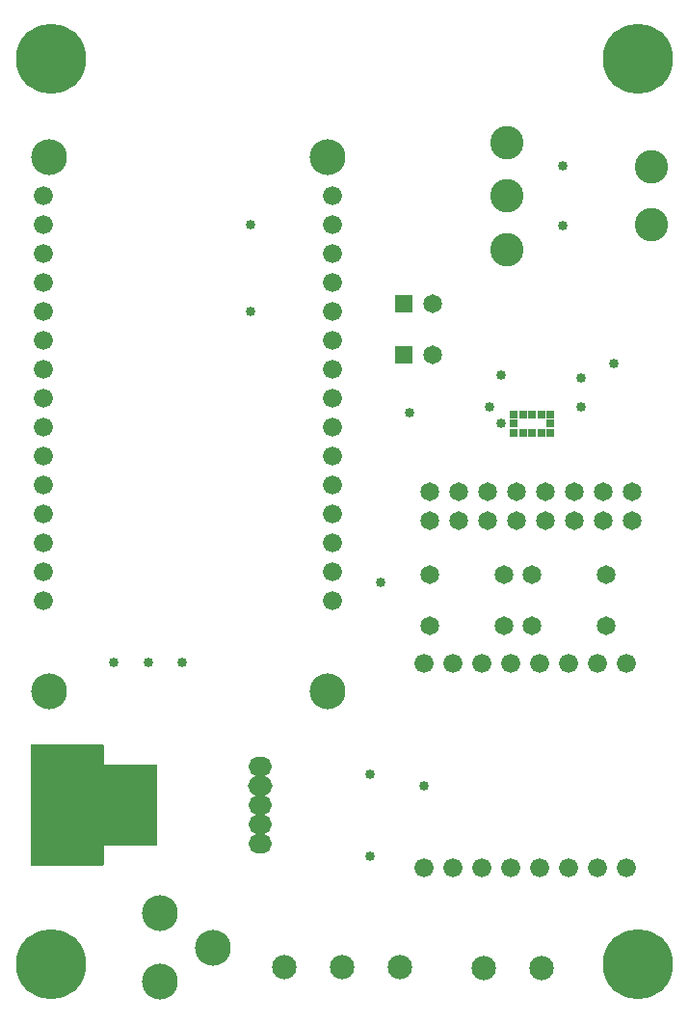
<source format=gbr>
%TF.GenerationSoftware,Altium Limited,Altium Designer,25.2.1 (25)*%
G04 Layer_Color=8388736*
%FSLAX43Y43*%
%MOMM*%
%TF.SameCoordinates,B664DB7D-B6DB-4AC9-9DB7-209C64ECDA10*%
%TF.FilePolarity,Negative*%
%TF.FileFunction,Soldermask,Top*%
%TF.Part,Single*%
G01*
G75*
%TA.AperFunction,BGAPad,CuDef*%
%ADD39R,0.650X0.650*%
%TA.AperFunction,ComponentPad*%
%ADD40C,1.650*%
%ADD41R,1.650X1.650*%
%ADD42C,3.150*%
%ADD43C,1.674*%
%ADD44C,2.925*%
%ADD45C,2.150*%
%ADD46C,5.150*%
%ADD47O,2.050X1.700*%
%ADD48O,2.150X1.730*%
%ADD49C,6.150*%
%TA.AperFunction,ViaPad*%
%ADD50C,0.850*%
G36*
X9026Y23824D02*
X9037Y23822D01*
X9048Y23817D01*
X9058Y23811D01*
X9067Y23803D01*
X9075Y23794D01*
X9081Y23784D01*
X9086Y23773D01*
X9088Y23762D01*
X9089Y23750D01*
Y22075D01*
X13739D01*
X13751Y22074D01*
X13762Y22072D01*
X13773Y22067D01*
X13783Y22061D01*
X13792Y22053D01*
X13800Y22044D01*
X13806Y22034D01*
X13811Y22023D01*
X13813Y22012D01*
X13814Y22000D01*
Y15000D01*
X13813Y14988D01*
X13811Y14977D01*
X13806Y14966D01*
X13800Y14956D01*
X13792Y14947D01*
X13783Y14939D01*
X13773Y14933D01*
X13762Y14928D01*
X13751Y14926D01*
X13739Y14925D01*
X9089D01*
Y13250D01*
X9088Y13238D01*
X9086Y13227D01*
X9081Y13216D01*
X9075Y13206D01*
X9067Y13197D01*
X9058Y13189D01*
X9048Y13183D01*
X9037Y13178D01*
X9026Y13176D01*
X9014Y13175D01*
X2739D01*
X2727Y13176D01*
X2716Y13178D01*
X2705Y13183D01*
X2695Y13189D01*
X2686Y13197D01*
X2678Y13206D01*
X2672Y13216D01*
X2668Y13227D01*
X2665Y13238D01*
X2664Y13250D01*
Y23750D01*
X2665Y23762D01*
X2668Y23773D01*
X2672Y23784D01*
X2678Y23794D01*
X2686Y23803D01*
X2695Y23811D01*
X2705Y23817D01*
X2716Y23822D01*
X2727Y23824D01*
X2739Y23825D01*
X9014D01*
X9026Y23824D01*
D02*
G37*
D39*
X45150Y52800D02*
D03*
X45950D02*
D03*
X46750D02*
D03*
X47550D02*
D03*
X48350D02*
D03*
Y52000D02*
D03*
Y51200D02*
D03*
X47550D02*
D03*
X46750D02*
D03*
X45950D02*
D03*
X45150D02*
D03*
Y52000D02*
D03*
D40*
X52990Y46040D02*
D03*
X55530D02*
D03*
X50450D02*
D03*
X37750Y46040D02*
D03*
X40290D02*
D03*
X42830D02*
D03*
X45370Y46040D02*
D03*
X47910Y46040D02*
D03*
X40290Y43500D02*
D03*
X37750D02*
D03*
X45370D02*
D03*
X42830D02*
D03*
X50450D02*
D03*
X47910D02*
D03*
X55530Y43500D02*
D03*
X52990D02*
D03*
X38000Y58000D02*
D03*
X53250Y34250D02*
D03*
X46750D02*
D03*
X53250Y38750D02*
D03*
X46750D02*
D03*
X37750D02*
D03*
X44250D02*
D03*
X37750Y34250D02*
D03*
X44250D02*
D03*
X38000Y62500D02*
D03*
D41*
X35460Y58000D02*
D03*
Y62500D02*
D03*
D42*
X28780Y75430D02*
D03*
Y28480D02*
D03*
X4270Y75430D02*
D03*
Y28480D02*
D03*
X18700Y6000D02*
D03*
X14000Y9000D02*
D03*
Y3000D02*
D03*
D43*
X29200Y69460D02*
D03*
Y66920D02*
D03*
Y72000D02*
D03*
Y36440D02*
D03*
Y38980D02*
D03*
Y41520D02*
D03*
Y44060D02*
D03*
Y46600D02*
D03*
Y49140D02*
D03*
Y51680D02*
D03*
Y54220D02*
D03*
Y56760D02*
D03*
Y59300D02*
D03*
Y61840D02*
D03*
Y64380D02*
D03*
X3800Y36440D02*
D03*
Y44060D02*
D03*
Y46600D02*
D03*
Y49140D02*
D03*
Y51680D02*
D03*
Y54220D02*
D03*
Y56760D02*
D03*
Y59300D02*
D03*
Y61840D02*
D03*
Y64380D02*
D03*
Y66920D02*
D03*
Y69460D02*
D03*
Y72000D02*
D03*
Y38980D02*
D03*
Y41520D02*
D03*
X55000Y13000D02*
D03*
X52460D02*
D03*
X49920D02*
D03*
X47380D02*
D03*
X44840D02*
D03*
X42300D02*
D03*
X39760D02*
D03*
X37220D02*
D03*
X55000Y30980D02*
D03*
X52460D02*
D03*
X49920D02*
D03*
X47380D02*
D03*
X44840D02*
D03*
X42300D02*
D03*
X39760D02*
D03*
X37220D02*
D03*
D44*
X57200Y69460D02*
D03*
Y74540D02*
D03*
X44500Y67300D02*
D03*
Y72000D02*
D03*
Y76700D02*
D03*
D45*
X35080Y4300D02*
D03*
X30000D02*
D03*
X24920D02*
D03*
X47580Y4200D02*
D03*
X42500D02*
D03*
D46*
X5438Y18500D02*
D03*
D47*
X22812Y15100D02*
D03*
Y16800D02*
D03*
Y21900D02*
D03*
Y18500D02*
D03*
D48*
Y20200D02*
D03*
D49*
X4500Y84000D02*
D03*
X56000D02*
D03*
X4500Y4500D02*
D03*
X56000D02*
D03*
D50*
X44000Y56250D02*
D03*
X36000Y53000D02*
D03*
X51000Y56000D02*
D03*
X44000Y52000D02*
D03*
X37220Y20200D02*
D03*
X33400Y38100D02*
D03*
X53900Y57250D02*
D03*
X51000Y53500D02*
D03*
X43000D02*
D03*
X32500Y14000D02*
D03*
Y21200D02*
D03*
X16000Y31000D02*
D03*
X13000D02*
D03*
X10000D02*
D03*
X49400Y74600D02*
D03*
Y69400D02*
D03*
X22000Y69460D02*
D03*
Y61840D02*
D03*
%TF.MD5,22b0eebdb405aadaa8db2a9a959b3a2e*%
M02*

</source>
